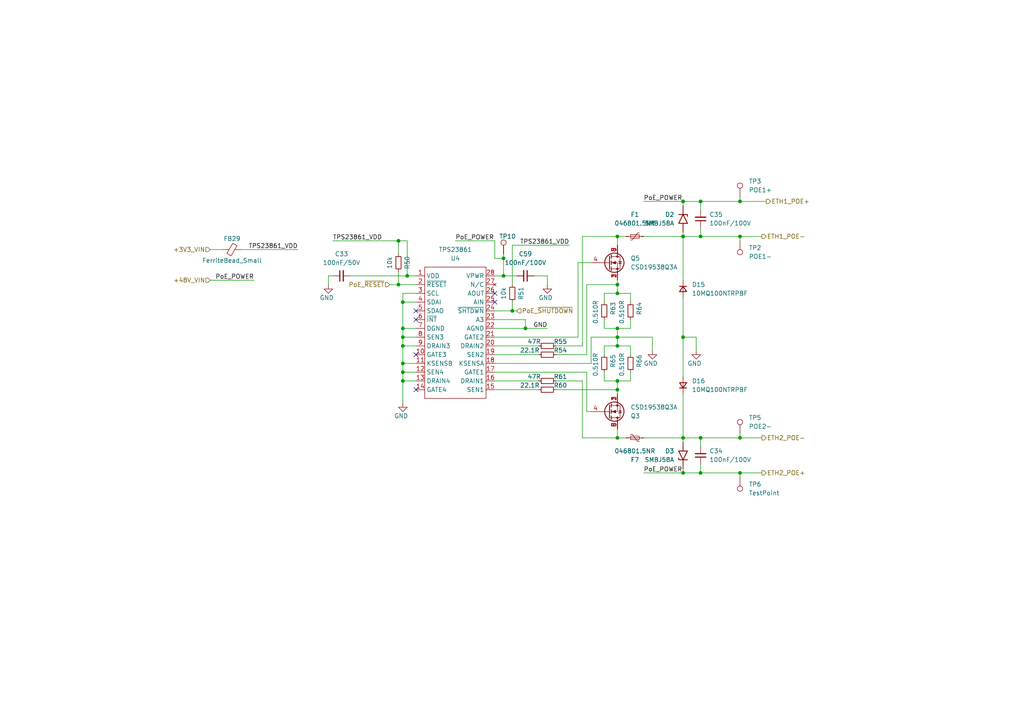
<source format=kicad_sch>
(kicad_sch (version 20230121) (generator eeschema)
  (paper "A4")
  (lib_symbols
    (symbol "Connector:TestPoint" (pin_numbers hide) (pin_names (offset 0.762) hide)
      (property "Reference" "TP" (at 0 6.858 0))
      (property "Value" "TestPoint" (at 0 5.08 0))
      (symbol "TestPoint_0_1"
        (circle (center 0 3.302) (radius 0.762))
      )
      (symbol "TestPoint_1_1"
        (pin passive line (at 0 0 90) (length 2.54) (name "1") (number "1"))
      )
    )
    (symbol "Device:C_Small" (pin_numbers hide) (pin_names (offset 0.254) hide)
      (property "Reference" "C" (at 0.254 1.778 0))
      (property "Value" "C_Small" (at 0.254 -2.032 0))
      (symbol "C_Small_0_1"
        (polyline (pts (xy -1.524 -0.508) (xy 1.524 -0.508)) (stroke (width 0.3302)))
        (polyline (pts (xy -1.524 0.508) (xy 1.524 0.508)) (stroke (width 0.3048)))
      )
      (symbol "C_Small_1_1"
        (pin passive line (at 0 2.54 270) (length 2.032) (name "~") (number "1"))
        (pin passive line (at 0 -2.54 90) (length 2.032) (name "~") (number "2"))
      )
    )
    (symbol "Device:D_Small" (pin_numbers hide) (pin_names (offset 0.254) hide)
      (property "Reference" "D" (at -1.27 2.032 0))
      (property "Value" "D_Small" (at -3.81 -2.032 0))
      (symbol "D_Small_0_1"
        (polyline (pts (xy -0.762 -1.016) (xy -0.762 1.016)) (stroke (width 0.254)))
        (polyline (pts (xy -0.762 0) (xy 0.762 0)))
        (polyline (pts (xy 0.762 -1.016) (xy -0.762 0) (xy 0.762 1.016) (xy 0.762 -1.016)) (stroke (width 0.254)))
      )
      (symbol "D_Small_1_1"
        (pin passive line (at -2.54 0 0) (length 1.778) (name "K") (number "1"))
        (pin passive line (at 2.54 0 180) (length 1.778) (name "A") (number "2"))
      )
    )
    (symbol "Device:FerriteBead_Small" (pin_numbers hide) (pin_names (offset 0))
      (property "Reference" "FB" (at 1.905 1.27 0))
      (property "Value" "FerriteBead_Small" (at 1.905 -1.27 0))
      (symbol "FerriteBead_Small_0_1"
        (polyline (pts (xy 0 -1.27) (xy 0 -0.7874)))
        (polyline (pts (xy 0 0.889) (xy 0 1.2954)))
        (polyline (pts (xy -1.8288 0.2794) (xy -1.1176 1.4986) (xy 1.8288 -0.2032) (xy 1.1176 -1.4224) (xy -1.8288 0.2794)))
      )
      (symbol "FerriteBead_Small_1_1"
        (pin passive line (at 0 2.54 270) (length 1.27) (name "~") (number "1"))
        (pin passive line (at 0 -2.54 90) (length 1.27) (name "~") (number "2"))
      )
    )
    (symbol "Device:Polyfuse_Small" (pin_numbers hide) (pin_names (offset 0))
      (property "Reference" "F" (at -1.905 0 90))
      (property "Value" "Polyfuse_Small" (at 1.905 0 90))
      (symbol "Polyfuse_Small_0_1"
        (rectangle (start -0.508 1.27) (end 0.508 -1.27))
        (polyline (pts (xy 0 2.54) (xy 0 -2.54)))
        (polyline (pts (xy -1.016 1.27) (xy -1.016 0.762) (xy 1.016 -0.762) (xy 1.016 -1.27)))
      )
      (symbol "Polyfuse_Small_1_1"
        (pin passive line (at 0 2.54 270) (length 0.635) (name "~") (number "1"))
        (pin passive line (at 0 -2.54 90) (length 0.635) (name "~") (number "2"))
      )
    )
    (symbol "Device:R_Small" (pin_numbers hide) (pin_names (offset 0.254) hide)
      (property "Reference" "R" (at 0.762 0.508 0))
      (property "Value" "R_Small" (at 0.762 -1.016 0))
      (symbol "R_Small_0_1"
        (rectangle (start -0.762 1.778) (end 0.762 -1.778) (stroke (width 0.2032)))
      )
      (symbol "R_Small_1_1"
        (pin passive line (at 0 2.54 270) (length 0.762) (name "~") (number "1"))
        (pin passive line (at 0 -2.54 90) (length 0.762) (name "~") (number "2"))
      )
    )
    (symbol "Diode:SMAJ58A" (pin_numbers hide) (pin_names (offset 1.016) hide)
      (property "Reference" "D2" (at -1.27 -2.54 90))
      (property "Value" "SMBJ58A" (at 1.27 -2.54 90))
      (symbol "SMAJ58A_0_1"
        (polyline (pts (xy -0.762 1.27) (xy -1.27 1.27) (xy -1.27 -1.27)) (stroke (width 0.254)))
        (polyline (pts (xy 1.27 1.27) (xy 1.27 -1.27) (xy -1.27 0) (xy 1.27 1.27)) (stroke (width 0.254)))
      )
      (symbol "SMAJ58A_1_1"
        (pin passive line (at -3.81 0 0) (length 2.54) (name "A1") (number "1"))
        (pin passive line (at 3.81 0 180) (length 2.54) (name "A2") (number "2"))
      )
    )
    (symbol "gabriel:CSD19538Q3A" (pin_names (offset 0) hide)
      (property "Reference" "Q" (at 5.08 1.27 0))
      (property "Value" "Q_NMOS_SDG" (at 5.08 -1.27 0))
      (symbol "CSD19538Q3A_0_1"
        (polyline (pts (xy 0.254 0) (xy -2.54 0)))
        (polyline (pts (xy 0.254 1.905) (xy 0.254 -1.905)) (stroke (width 0.254)))
        (polyline (pts (xy 0.762 -1.27) (xy 0.762 -2.286)) (stroke (width 0.254)))
        (polyline (pts (xy 0.762 0.508) (xy 0.762 -0.508)) (stroke (width 0.254)))
        (polyline (pts (xy 0.762 2.286) (xy 0.762 1.27)) (stroke (width 0.254)))
        (polyline (pts (xy 2.54 2.54) (xy 2.54 1.778)))
        (polyline (pts (xy 2.54 -2.54) (xy 2.54 0) (xy 0.762 0)))
        (polyline (pts (xy 0.762 -1.778) (xy 3.302 -1.778) (xy 3.302 1.778) (xy 0.762 1.778)))
        (polyline (pts (xy 1.016 0) (xy 2.032 0.381) (xy 2.032 -0.381) (xy 1.016 0)) (fill (type outline)))
        (polyline (pts (xy 2.794 0.508) (xy 2.921 0.381) (xy 3.683 0.381) (xy 3.81 0.254)))
        (polyline (pts (xy 3.302 0.381) (xy 2.921 -0.254) (xy 3.683 -0.254) (xy 3.302 0.381)))
        (circle (center 1.651 0) (radius 2.794) (stroke (width 0.254)))
        (circle (center 2.54 -1.778) (radius 0.254) (fill (type outline)))
        (circle (center 2.54 1.778) (radius 0.254) (fill (type outline)))
      )
      (symbol "CSD19538Q3A_1_1"
        (pin passive line (at 2.54 -5.08 90) (length 2.54) (name "S") (number "1"))
        (pin passive line (at 2.54 -5.08 90) (length 2.54) (name "S") (number "2"))
        (pin passive line (at 2.54 -5.08 90) (length 2.54) (name "S") (number "3"))
        (pin input line (at -5.08 0 0) (length 2.54) (name "G") (number "4"))
        (pin passive line (at 2.54 5.08 270) (length 2.54) (name "D") (number "5"))
        (pin passive line (at 2.54 5.08 270) (length 2.54) (name "D") (number "6"))
        (pin passive line (at 2.54 5.08 270) (length 2.54) (name "D") (number "7"))
        (pin passive line (at 2.54 5.08 270) (length 2.54) (name "D") (number "8"))
      )
    )
    (symbol "gabriel:TPS23861"
      (property "Reference" "U" (at 0 1.27 0))
      (symbol "TPS23861_0_1"
        (rectangle (start -8.89 0) (end 8.89 -38.1))
      )
      (symbol "TPS23861_1_1"
        (pin power_in line (at -11.43 -2.54 0) (length 2.54) (name "VDD") (number "1"))
        (pin output line (at -11.43 -25.4 0) (length 2.54) (name "GATE3") (number "10"))
        (pin input line (at -11.43 -27.94 0) (length 2.54) (name "KSENSB") (number "11"))
        (pin passive line (at -11.43 -30.48 0) (length 2.54) (name "SEN4") (number "12"))
        (pin passive line (at -11.43 -33.02 0) (length 2.54) (name "DRAIN4") (number "13"))
        (pin output line (at -11.43 -35.56 0) (length 2.54) (name "GATE4") (number "14"))
        (pin passive line (at 11.43 -35.56 180) (length 2.54) (name "SEN1") (number "15"))
        (pin passive line (at 11.43 -33.02 180) (length 2.54) (name "DRAIN1") (number "16"))
        (pin output line (at 11.43 -30.48 180) (length 2.54) (name "GATE1") (number "17"))
        (pin passive line (at 11.43 -27.94 180) (length 2.54) (name "KSENSA") (number "18"))
        (pin passive line (at 11.43 -25.4 180) (length 2.54) (name "SEN2") (number "19"))
        (pin input line (at -11.43 -5.08 0) (length 2.54) (name "~{RESET}") (number "2"))
        (pin passive line (at 11.43 -22.86 180) (length 2.54) (name "DRAIN2") (number "20"))
        (pin output line (at 11.43 -20.32 180) (length 2.54) (name "GATE2") (number "21"))
        (pin passive line (at 11.43 -17.78 180) (length 2.54) (name "AGND") (number "22"))
        (pin input line (at 11.43 -15.24 180) (length 2.54) (name "A3") (number "23"))
        (pin input line (at 11.43 -12.7 180) (length 2.54) (name "~{SHTDWN}") (number "24"))
        (pin input line (at 11.43 -10.16 180) (length 2.54) (name "AIN") (number "25"))
        (pin output line (at 11.43 -7.62 180) (length 2.54) (name "AOUT") (number "26"))
        (pin no_connect line (at 11.43 -5.08 180) (length 2.54) (name "N/C") (number "27"))
        (pin power_in line (at 11.43 -2.54 180) (length 2.54) (name "VPWR") (number "28"))
        (pin input line (at -11.43 -7.62 0) (length 2.54) (name "SCL") (number "3"))
        (pin input line (at -11.43 -10.16 0) (length 2.54) (name "SDAI") (number "4"))
        (pin output line (at -11.43 -12.7 0) (length 2.54) (name "SDAO") (number "5"))
        (pin output line (at -11.43 -15.24 0) (length 2.54) (name "~{INT}") (number "6"))
        (pin passive line (at -11.43 -17.78 0) (length 2.54) (name "DGND") (number "7"))
        (pin input line (at -11.43 -20.32 0) (length 2.54) (name "SEN3") (number "8"))
        (pin input line (at -11.43 -22.86 0) (length 2.54) (name "DRAIN3") (number "9"))
      )
    )
    (symbol "power:GND" (power) (pin_names (offset 0))
      (property "Value" "GND" (at 0 -3.81 0))
      (symbol "GND_0_1"
        (polyline (pts (xy 0 0) (xy 0 -1.27) (xy 1.27 -1.27) (xy 0 -2.54) (xy -1.27 -1.27) (xy 0 -1.27)))
      )
      (symbol "GND_1_1"
        (pin power_in line (at 0 0 270) (length 0) hide (name "GND") (number "1"))
      )
    )
  )
  (junction (at 179.07 97.79))
  (junction (at 179.07 127))
  (junction (at 179.07 68.58))
  (junction (at 198.12 97.79))
  (junction (at 146.05 74.93))
  (junction (at 116.84 107.95))
  (junction (at 203.2 68.58))
  (junction (at 198.12 127))
  (junction (at 146.05 80.01))
  (junction (at 116.84 97.79))
  (junction (at 179.07 110.49))
  (junction (at 179.07 82.55))
  (junction (at 198.12 137.16))
  (junction (at 214.63 68.58))
  (junction (at 214.63 137.16))
  (junction (at 116.84 100.33))
  (junction (at 148.59 90.17))
  (junction (at 179.07 113.03))
  (junction (at 116.84 87.63))
  (junction (at 116.84 105.41))
  (junction (at 214.63 127))
  (junction (at 179.07 100.33))
  (junction (at 116.84 95.25))
  (junction (at 116.84 110.49))
  (junction (at 214.63 58.42))
  (junction (at 198.12 58.42))
  (junction (at 203.2 137.16))
  (junction (at 115.57 69.85))
  (junction (at 118.11 80.01))
  (junction (at 152.4 95.25))
  (junction (at 179.07 85.09))
  (junction (at 203.2 127))
  (junction (at 179.07 95.25))
  (junction (at 115.57 82.55))
  (junction (at 203.2 58.42))
  (junction (at 198.12 68.58))
  (no_connect (at 143.51 85.09))
  (no_connect (at 120.65 113.03))
  (no_connect (at 143.51 87.63))
  (no_connect (at 120.65 102.87))
  (no_connect (at 120.65 92.71))
  (no_connect (at 120.65 90.17))
  (wire (pts (xy 143.51 105.41) (xy 171.45 105.41)))
  (wire (pts (xy 95.25 82.55) (xy 95.25 80.01)))
  (wire (pts (xy 95.25 80.01) (xy 96.52 80.01)))
  (wire (pts (xy 179.07 85.09) (xy 182.88 85.09)))
  (wire (pts (xy 182.88 100.33) (xy 182.88 102.87)))
  (wire (pts (xy 170.18 119.38) (xy 171.45 119.38)))
  (wire (pts (xy 214.63 125.73) (xy 214.63 127)))
  (wire (pts (xy 214.63 69.85) (xy 214.63 68.58)))
  (wire (pts (xy 182.88 92.71) (xy 182.88 95.25)))
  (wire (pts (xy 146.05 73.66) (xy 146.05 74.93)))
  (wire (pts (xy 158.75 82.55) (xy 158.75 80.01)))
  (wire (pts (xy 214.63 137.16) (xy 214.63 138.43)))
  (wire (pts (xy 175.26 87.63) (xy 175.26 85.09)))
  (wire (pts (xy 198.12 68.58) (xy 186.69 68.58)))
  (wire (pts (xy 203.2 127) (xy 203.2 129.54)))
  (wire (pts (xy 156.21 113.03) (xy 143.51 113.03)))
  (wire (pts (xy 116.84 110.49) (xy 116.84 116.84)))
  (wire (pts (xy 179.07 124.46) (xy 179.07 127)))
  (wire (pts (xy 116.84 87.63) (xy 116.84 95.25)))
  (wire (pts (xy 120.65 85.09) (xy 116.84 85.09)))
  (wire (pts (xy 115.57 78.74) (xy 115.57 82.55)))
  (wire (pts (xy 161.29 100.33) (xy 168.91 100.33)))
  (wire (pts (xy 201.93 101.6) (xy 201.93 97.79)))
  (wire (pts (xy 170.18 82.55) (xy 179.07 82.55)))
  (wire (pts (xy 179.07 127) (xy 181.61 127)))
  (wire (pts (xy 179.07 68.58) (xy 179.07 71.12)))
  (wire (pts (xy 116.84 105.41) (xy 120.65 105.41)))
  (wire (pts (xy 198.12 127) (xy 198.12 114.3)))
  (wire (pts (xy 156.21 100.33) (xy 143.51 100.33)))
  (wire (pts (xy 116.84 105.41) (xy 116.84 107.95)))
  (wire (pts (xy 60.96 72.39) (xy 64.77 72.39)))
  (wire (pts (xy 182.88 107.95) (xy 182.88 110.49)))
  (wire (pts (xy 156.21 110.49) (xy 143.51 110.49)))
  (wire (pts (xy 198.12 137.16) (xy 203.2 137.16)))
  (wire (pts (xy 116.84 110.49) (xy 120.65 110.49)))
  (wire (pts (xy 118.11 80.01) (xy 120.65 80.01)))
  (wire (pts (xy 118.11 69.85) (xy 118.11 80.01)))
  (wire (pts (xy 132.08 69.85) (xy 143.51 69.85)))
  (wire (pts (xy 175.26 95.25) (xy 175.26 92.71)))
  (wire (pts (xy 116.84 95.25) (xy 116.84 97.79)))
  (wire (pts (xy 179.07 113.03) (xy 179.07 114.3)))
  (wire (pts (xy 170.18 82.55) (xy 170.18 102.87)))
  (wire (pts (xy 179.07 110.49) (xy 179.07 113.03)))
  (wire (pts (xy 168.91 127) (xy 168.91 110.49)))
  (wire (pts (xy 198.12 68.58) (xy 198.12 81.28)))
  (wire (pts (xy 115.57 69.85) (xy 118.11 69.85)))
  (wire (pts (xy 143.51 95.25) (xy 152.4 95.25)))
  (wire (pts (xy 115.57 82.55) (xy 113.03 82.55)))
  (wire (pts (xy 203.2 127) (xy 214.63 127)))
  (wire (pts (xy 148.59 90.17) (xy 149.86 90.17)))
  (wire (pts (xy 143.51 92.71) (xy 152.4 92.71)))
  (wire (pts (xy 148.59 87.63) (xy 148.59 90.17)))
  (wire (pts (xy 203.2 66.04) (xy 203.2 68.58)))
  (wire (pts (xy 179.07 95.25) (xy 175.26 95.25)))
  (wire (pts (xy 198.12 58.42) (xy 203.2 58.42)))
  (wire (pts (xy 179.07 97.79) (xy 179.07 100.33)))
  (wire (pts (xy 158.75 80.01) (xy 154.94 80.01)))
  (wire (pts (xy 168.91 110.49) (xy 161.29 110.49)))
  (wire (pts (xy 175.26 100.33) (xy 179.07 100.33)))
  (wire (pts (xy 179.07 81.28) (xy 179.07 82.55)))
  (wire (pts (xy 198.12 127) (xy 203.2 127)))
  (wire (pts (xy 168.91 100.33) (xy 168.91 68.58)))
  (wire (pts (xy 175.26 102.87) (xy 175.26 100.33)))
  (wire (pts (xy 182.88 85.09) (xy 182.88 87.63)))
  (wire (pts (xy 175.26 110.49) (xy 175.26 107.95)))
  (wire (pts (xy 214.63 68.58) (xy 220.98 68.58)))
  (wire (pts (xy 198.12 97.79) (xy 198.12 109.22)))
  (wire (pts (xy 115.57 69.85) (xy 115.57 73.66)))
  (wire (pts (xy 116.84 87.63) (xy 120.65 87.63)))
  (wire (pts (xy 143.51 74.93) (xy 146.05 74.93)))
  (wire (pts (xy 220.98 137.16) (xy 214.63 137.16)))
  (wire (pts (xy 148.59 71.12) (xy 165.1 71.12)))
  (wire (pts (xy 96.52 69.85) (xy 115.57 69.85)))
  (wire (pts (xy 116.84 85.09) (xy 116.84 87.63)))
  (wire (pts (xy 116.84 107.95) (xy 120.65 107.95)))
  (wire (pts (xy 203.2 68.58) (xy 198.12 68.58)))
  (wire (pts (xy 161.29 102.87) (xy 170.18 102.87)))
  (wire (pts (xy 203.2 58.42) (xy 214.63 58.42)))
  (wire (pts (xy 152.4 95.25) (xy 158.75 95.25)))
  (wire (pts (xy 214.63 127) (xy 220.98 127)))
  (wire (pts (xy 143.51 69.85) (xy 143.51 74.93)))
  (wire (pts (xy 189.23 101.6) (xy 189.23 97.79)))
  (wire (pts (xy 182.88 95.25) (xy 179.07 95.25)))
  (wire (pts (xy 156.21 102.87) (xy 143.51 102.87)))
  (wire (pts (xy 168.91 68.58) (xy 179.07 68.58)))
  (wire (pts (xy 143.51 80.01) (xy 146.05 80.01)))
  (wire (pts (xy 146.05 80.01) (xy 149.86 80.01)))
  (wire (pts (xy 146.05 74.93) (xy 146.05 80.01)))
  (wire (pts (xy 148.59 82.55) (xy 148.59 71.12)))
  (wire (pts (xy 186.69 58.42) (xy 198.12 58.42)))
  (wire (pts (xy 116.84 100.33) (xy 116.84 105.41)))
  (wire (pts (xy 116.84 95.25) (xy 120.65 95.25)))
  (wire (pts (xy 171.45 97.79) (xy 179.07 97.79)))
  (wire (pts (xy 143.51 97.79) (xy 167.64 97.79)))
  (wire (pts (xy 116.84 107.95) (xy 116.84 110.49)))
  (wire (pts (xy 198.12 59.69) (xy 198.12 58.42)))
  (wire (pts (xy 120.65 82.55) (xy 115.57 82.55)))
  (wire (pts (xy 143.51 107.95) (xy 170.18 107.95)))
  (wire (pts (xy 116.84 100.33) (xy 120.65 100.33)))
  (wire (pts (xy 203.2 137.16) (xy 214.63 137.16)))
  (wire (pts (xy 143.51 90.17) (xy 148.59 90.17)))
  (wire (pts (xy 101.6 80.01) (xy 118.11 80.01)))
  (wire (pts (xy 198.12 67.31) (xy 198.12 68.58)))
  (wire (pts (xy 214.63 57.15) (xy 214.63 58.42)))
  (wire (pts (xy 186.69 137.16) (xy 198.12 137.16)))
  (wire (pts (xy 167.64 76.2) (xy 171.45 76.2)))
  (wire (pts (xy 214.63 68.58) (xy 203.2 68.58)))
  (wire (pts (xy 203.2 137.16) (xy 203.2 134.62)))
  (wire (pts (xy 152.4 92.71) (xy 152.4 95.25)))
  (wire (pts (xy 60.96 81.28) (xy 73.66 81.28)))
  (wire (pts (xy 179.07 82.55) (xy 179.07 85.09)))
  (wire (pts (xy 161.29 113.03) (xy 179.07 113.03)))
  (wire (pts (xy 182.88 110.49) (xy 179.07 110.49)))
  (wire (pts (xy 198.12 86.36) (xy 198.12 97.79)))
  (wire (pts (xy 186.69 127) (xy 198.12 127)))
  (wire (pts (xy 116.84 97.79) (xy 116.84 100.33)))
  (wire (pts (xy 198.12 97.79) (xy 201.93 97.79)))
  (wire (pts (xy 179.07 100.33) (xy 182.88 100.33)))
  (wire (pts (xy 179.07 95.25) (xy 179.07 97.79)))
  (wire (pts (xy 189.23 97.79) (xy 179.07 97.79)))
  (wire (pts (xy 198.12 135.89) (xy 198.12 137.16)))
  (wire (pts (xy 198.12 127) (xy 198.12 128.27)))
  (wire (pts (xy 179.07 68.58) (xy 181.61 68.58)))
  (wire (pts (xy 179.07 127) (xy 168.91 127)))
  (wire (pts (xy 170.18 107.95) (xy 170.18 119.38)))
  (wire (pts (xy 167.64 97.79) (xy 167.64 76.2)))
  (wire (pts (xy 116.84 97.79) (xy 120.65 97.79)))
  (wire (pts (xy 171.45 105.41) (xy 171.45 97.79)))
  (wire (pts (xy 222.25 58.42) (xy 214.63 58.42)))
  (wire (pts (xy 203.2 58.42) (xy 203.2 60.96)))
  (wire (pts (xy 69.85 72.39) (xy 86.36 72.39)))
  (wire (pts (xy 179.07 110.49) (xy 175.26 110.49)))
  (wire (pts (xy 175.26 85.09) (xy 179.07 85.09)))
  (label "TPS23861_VDD" (at 96.52 69.85 0))
  (label "TPS23861_VDD" (at 86.36 72.39 180))
  (label "PoE_POWER" (at 186.69 58.42 0))
  (label "PoE_POWER" (at 73.66 81.28 180))
  (label "TPS23861_VDD" (at 165.1 71.12 180))
  (label "GND" (at 158.75 95.25 180))
  (label "PoE_POWER" (at 132.08 69.85 0))
  (label "PoE_POWER" (at 186.69 137.16 0))
  (hierarchical_label "ETH1_POE+" (shape output) (at 222.25 58.42 0))
  (hierarchical_label "+48V_VIN" (shape input) (at 60.96 81.28 180))
  (hierarchical_label "ETH2_POE-" (shape output) (at 220.98 127 0))
  (hierarchical_label "PoE_~{RESET}" (shape input) (at 113.03 82.55 180))
  (hierarchical_label "ETH2_POE+" (shape output) (at 220.98 137.16 0))
  (hierarchical_label "ETH1_POE-" (shape output) (at 220.98 68.58 0))
  (hierarchical_label "+3V3_VIN" (shape input) (at 60.96 72.39 180))
  (hierarchical_label "PoE_~{SHUTDOWN}" (shape input) (at 149.86 90.17 0))
  (symbol (lib_id "power:GND") (at 116.84 116.84 0) (unit 1)
    (property "Reference" "#PWR016" (effects hide))
    (property "Value" "GND" (at 114.3 120.65 0) (effects (justify left)))
  )
  (symbol (lib_id "power:GND") (at 95.25 82.55 0) (unit 1)
    (property "Reference" "#PWR052" (effects hide))
    (property "Value" "GND" (at 92.71 86.36 0) (effects (justify left)))
  )
  (symbol (lib_id "Connector:TestPoint") (at 146.05 73.66 0) (unit 1)
    (property "Reference" "TP10" (at 144.78 68.58 0) (effects (justify left)))
    (property "Value" "TestPoint" (effects hide))
    (property "Footprint" "TestPoint:TestPoint_Pad_D1.0mm" (effects hide))
  )
  (symbol (lib_id "Diode:SMAJ58A") (at 198.12 63.5 270) (unit 1)
    (property "Reference" "D2" (at 195.58 62.23 90) (effects (justify right)))
    (property "Value" "SMBJ58A" (at 195.58 64.77 90) (effects (justify right)))
    (property "Footprint" "footprints:CR_SM12CA-13-F_DIO" (effects hide))
  )
  (symbol (lib_id "Device:D_Small") (at 198.12 83.82 270) (unit 1)
    (property "Reference" "D15" (at 200.66 82.55 90) (effects (justify left)))
    (property "Value" "10MQ100NTRPBF" (at 200.66 85.09 90) (effects (justify left)))
    (property "Footprint" "Diode_SMD:D_SMA" (effects hide))
    (property "Sim.Device" "D" (effects hide))
    (property "Sim.Pins" "1=K 2=A" (effects hide))
  )
  (symbol (lib_id "power:GND") (at 201.93 101.6 0) (unit 1)
    (property "Reference" "#PWR020" (effects hide))
    (property "Value" "GND" (at 199.39 105.41 0) (effects (justify left)))
  )
  (symbol (lib_id "Connector:TestPoint") (at 214.63 57.15 0) (unit 1)
    (property "Reference" "TP3" (at 217.17 52.578 0) (effects (justify left)))
    (property "Value" "POE1+" (at 217.17 55.118 0) (effects (justify left)))
    (property "Footprint" "TestPoint:TestPoint_Pad_D1.0mm" (effects hide))
  )
  (symbol (lib_id "Device:FerriteBead_Small") (at 67.31 72.39 90) (unit 1)
    (property "Reference" "FB29" (at 67.31 69.215 90))
    (property "Value" "FerriteBead_Small" (at 67.31 75.565 90))
    (property "Footprint" "Inductor_SMD:L_0402_1005Metric" (effects hide))
    (property "PN" "TDK-MPZ1005S100CT000" (effects hide))
    (property "LCSC Part" "C275476" (effects hide))
  )
  (symbol (lib_id "Device:R_Small") (at 158.75 110.49 90) (unit 1)
    (property "Reference" "R61" (at 162.56 109.22 90))
    (property "Value" "47R" (at 154.94 109.22 90))
    (property "Footprint" "Resistor_SMD:R_0603_1608Metric" (effects hide))
  )
  (symbol (lib_id "Device:C_Small") (at 203.2 132.08 180) (unit 1)
    (property "Reference" "C34" (at 205.74 130.8036 0) (effects (justify right)))
    (property "Value" "100nF/100V" (at 205.74 133.3436 0) (effects (justify right)))
    (property "Footprint" "Capacitor_SMD:C_0603_1608Metric" (effects hide))
  )
  (symbol (lib_id "Device:R_Small") (at 158.75 102.87 90) (unit 1)
    (property "Reference" "R54" (at 162.56 101.6 90))
    (property "Value" "22.1R" (at 153.67 101.6 90))
    (property "Footprint" "Resistor_SMD:R_0603_1608Metric" (effects hide))
  )
  (symbol (lib_id "Device:R_Small") (at 182.88 105.41 0) (unit 1)
    (property "Reference" "R66" (at 185.42 106.68 90) (effects (justify left)))
    (property "Value" "0.510R" (at 180.34 109.22 90) (effects (justify left)))
    (property "Footprint" "Resistor_SMD:R_0805_2012Metric" (effects hide))
    (property "LCSC PART NUMBER" "C2930221" (effects hide))
  )
  (symbol (lib_id "Connector:TestPoint") (at 214.63 125.73 0) (unit 1)
    (property "Reference" "TP5" (at 217.17 121.158 0) (effects (justify left)))
    (property "Value" "POE2-" (at 217.17 123.698 0) (effects (justify left)))
    (property "Footprint" "TestPoint:TestPoint_Pad_D1.0mm" (effects hide))
  )
  (symbol (lib_id "Device:R_Small") (at 182.88 90.17 0) (unit 1)
    (property "Reference" "R64" (at 185.42 91.44 90) (effects (justify left)))
    (property "Value" "0.510R" (at 180.34 93.98 90) (effects (justify left)))
    (property "Footprint" "Resistor_SMD:R_0805_2012Metric" (effects hide))
    (property "LCSC PART NUMBER" "C2930221" (effects hide))
  )
  (symbol (lib_id "Device:R_Small") (at 158.75 113.03 90) (unit 1)
    (property "Reference" "R60" (at 162.56 111.76 90))
    (property "Value" "22.1R" (at 153.67 111.76 90))
    (property "Footprint" "Resistor_SMD:R_0603_1608Metric" (effects hide))
  )
  (symbol (lib_id "Device:C_Small") (at 99.06 80.01 90) (unit 1)
    (property "Reference" "C33" (at 99.0663 73.66 90))
    (property "Value" "100nF/50V" (at 99.0663 76.2 90))
    (property "Footprint" "Capacitor_SMD:C_0603_1608Metric" (effects hide))
  )
  (symbol (lib_id "gabriel:CSD19538Q3A") (at 176.53 119.38 0) (mirror x) (unit 1)
    (property "Reference" "Q3" (at 182.88 120.65 0) (effects (justify left)))
    (property "Value" "CSD19538Q3A" (at 182.88 118.11 0) (effects (justify left)))
    (property "Footprint" "Package_SON:Diodes_PowerDI3333-8" (effects hide))
  )
  (symbol (lib_id "Device:R_Small") (at 175.26 90.17 0) (unit 1)
    (property "Reference" "R63" (at 177.8 91.44 90) (effects (justify left)))
    (property "Value" "0.510R" (at 172.72 93.98 90) (effects (justify left)))
    (property "Footprint" "Resistor_SMD:R_0805_2012Metric" (effects hide))
    (property "LCSC PART NUMBER" "C2930221" (effects hide))
  )
  (symbol (lib_id "Device:C_Small") (at 203.2 63.5 180) (unit 1)
    (property "Reference" "C35" (at 205.74 62.2236 0) (effects (justify right)))
    (property "Value" "100nF/100V" (at 205.74 64.7636 0) (effects (justify right)))
    (property "Footprint" "Capacitor_SMD:C_0603_1608Metric" (effects hide))
  )
  (symbol (lib_id "Device:C_Small") (at 152.4 80.01 270) (unit 1)
    (property "Reference" "C59" (at 152.3936 73.66 90))
    (property "Value" "100nF/100V" (at 152.3936 76.2 90))
    (property "Footprint" "Capacitor_SMD:C_0603_1608Metric" (effects hide))
  )
  (symbol (lib_id "Device:Polyfuse_Small") (at 184.15 127 90) (mirror x) (unit 1)
    (property "Reference" "F7" (at 184.15 133.35 90))
    (property "Value" "046801.5NR" (at 184.15 130.81 90))
    (property "Footprint" "Fuse:Fuse_1206_3216Metric" (effects hide))
    (property "Datasheet" "https://datasheet.lcsc.com/lcsc/2304140030_Littelfuse-046801-5NRHF_C151143.pdf" (effects hide))
    (property "LCSC PART NUMBER" "C151143" (effects hide))
  )
  (symbol (lib_id "Device:R_Small") (at 158.75 100.33 90) (unit 1)
    (property "Reference" "R55" (at 162.56 99.06 90))
    (property "Value" "47R" (at 154.94 99.06 90))
    (property "Footprint" "Resistor_SMD:R_0603_1608Metric" (effects hide))
  )
  (symbol (lib_id "Device:R_Small") (at 175.26 105.41 0) (unit 1)
    (property "Reference" "R65" (at 177.8 106.68 90) (effects (justify left)))
    (property "Value" "0.510R" (at 172.72 109.22 90) (effects (justify left)))
    (property "Footprint" "Resistor_SMD:R_0805_2012Metric" (effects hide))
    (property "LCSC PART NUMBER" "C2930221" (effects hide))
  )
  (symbol (lib_id "power:GND") (at 158.75 82.55 0) (unit 1)
    (property "Reference" "#PWR053" (effects hide))
    (property "Value" "GND" (at 156.21 86.36 0) (effects (justify left)))
  )
  (symbol (lib_id "Device:R_Small") (at 148.59 85.09 180) (unit 1)
    (property "Reference" "R51" (at 151.13 85.09 90))
    (property "Value" "10k" (at 146.05 85.09 90))
    (property "Footprint" "Resistor_SMD:R_0402_1005Metric" (effects hide))
  )
  (symbol (lib_id "Connector:TestPoint") (at 214.63 69.85 180) (unit 1)
    (property "Reference" "TP2" (at 217.17 71.882 0) (effects (justify right)))
    (property "Value" "POE1-" (at 217.17 74.422 0) (effects (justify right)))
    (property "Footprint" "TestPoint:TestPoint_Pad_D1.0mm" (effects hide))
  )
  (symbol (lib_id "Connector:TestPoint") (at 214.63 138.43 180) (unit 1)
    (property "Reference" "TP6" (at 217.17 140.462 0) (effects (justify right)))
    (property "Value" "TestPoint" (at 217.17 143.002 0) (effects (justify right)))
    (property "Footprint" "TestPoint:TestPoint_Pad_D1.0mm" (effects hide))
  )
  (symbol (lib_id "Device:D_Small") (at 198.12 111.76 90) (unit 1)
    (property "Reference" "D16" (at 200.66 110.49 90) (effects (justify right)))
    (property "Value" "10MQ100NTRPBF" (at 200.66 113.03 90) (effects (justify right)))
    (property "Footprint" "Diode_SMD:D_SMA" (effects hide))
    (property "Sim.Device" "D" (effects hide))
    (property "Sim.Pins" "1=K 2=A" (effects hide))
  )
  (symbol (lib_id "power:GND") (at 189.23 101.6 0) (unit 1)
    (property "Reference" "#PWR019" (effects hide))
    (property "Value" "GND" (at 186.69 105.41 0) (effects (justify left)))
  )
  (symbol (lib_id "Device:R_Small") (at 115.57 76.2 180) (unit 1)
    (property "Reference" "R50" (at 118.11 76.2 90))
    (property "Value" "10k" (at 113.03 76.2 90))
    (property "Footprint" "Resistor_SMD:R_0402_1005Metric" (effects hide))
  )
  (symbol (lib_id "gabriel:CSD19538Q3A") (at 176.53 76.2 0) (unit 1)
    (property "Reference" "Q5" (at 182.88 74.93 0) (effects (justify left)))
    (property "Value" "CSD19538Q3A" (at 182.88 77.47 0) (effects (justify left)))
    (property "Footprint" "Package_SON:Diodes_PowerDI3333-8" (effects hide))
  )
  (symbol (lib_id "gabriel:TPS23861") (at 132.08 77.47 0) (unit 1)
    (property "Reference" "U4" (at 132.08 74.93 0))
    (property "Value" "TPS23861" (at 132.08 72.39 0))
    (property "Footprint" "Package_SO:TSSOP-28_4.4x9.7mm_P0.65mm" (effects hide))
  )
  (symbol (lib_id "Diode:SMAJ58A") (at 198.12 132.08 90) (unit 1)
    (property "Reference" "D3" (at 195.58 130.81 90) (effects (justify left)))
    (property "Value" "SMBJ58A" (at 195.58 133.35 90) (effects (justify left)))
    (property "Footprint" "footprints:CR_SM12CA-13-F_DIO" (effects hide))
  )
  (symbol (lib_id "Device:Polyfuse_Small") (at 184.15 68.58 90) (unit 1)
    (property "Reference" "F1" (at 184.15 62.23 90))
    (property "Value" "046801.5NR" (at 184.15 64.77 90))
    (property "Footprint" "Fuse:Fuse_1206_3216Metric" (effects hide))
    (property "Datasheet" "https://datasheet.lcsc.com/lcsc/2304140030_Littelfuse-046801-5NRHF_C151143.pdf" (effects hide))
    (property "LCSC PART NUMBER" "C151143" (effects hide))
  )
)
</source>
